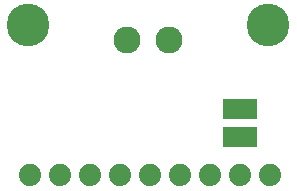
<source format=gbr>
G04 EAGLE Gerber RS-274X export*
G75*
%MOMM*%
%FSLAX34Y34*%
%LPD*%
%INSoldermask Bottom*%
%IPPOS*%
%AMOC8*
5,1,8,0,0,1.08239X$1,22.5*%
G01*
%ADD10C,2.286000*%
%ADD11C,1.879600*%
%ADD12R,2.921000X1.651000*%
%ADD13C,3.617600*%


D10*
X109000Y139700D03*
X144000Y139700D03*
D11*
X229870Y25400D03*
X204470Y25400D03*
X179070Y25400D03*
X153670Y25400D03*
X128270Y25400D03*
X102870Y25400D03*
X77470Y25400D03*
X52070Y25400D03*
X26670Y25400D03*
D12*
X204470Y57785D03*
X204470Y81915D03*
D13*
X25400Y152400D03*
X228600Y152400D03*
M02*

</source>
